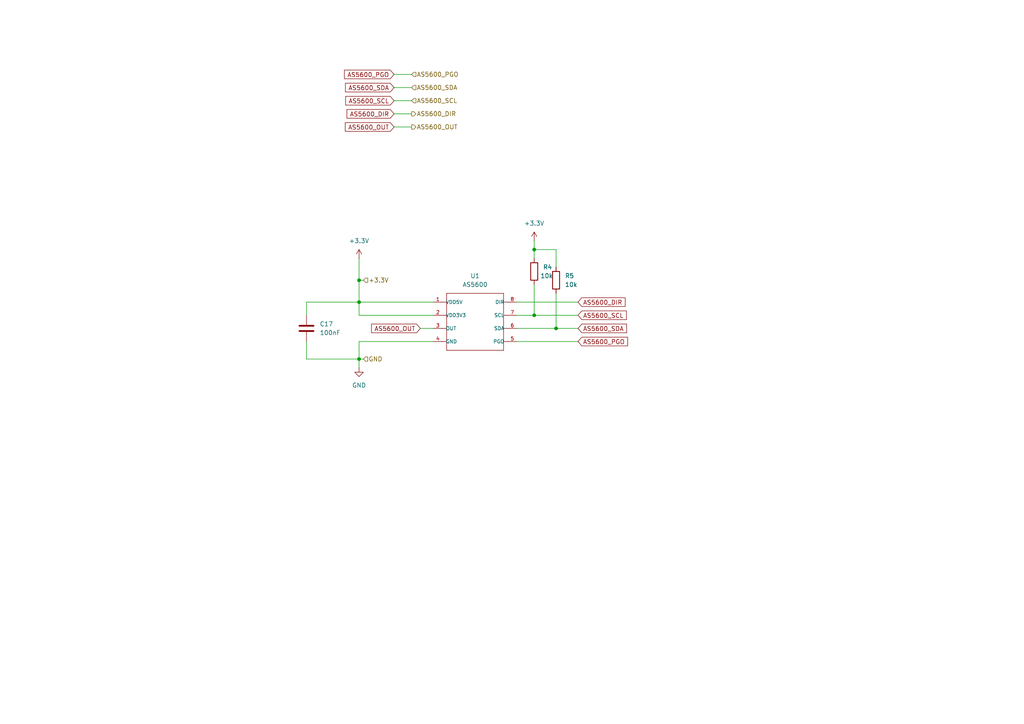
<source format=kicad_sch>
(kicad_sch (version 20231120) (generator "eeschema") (generator_version "8.0")
  (paper "A4")
  (lib_symbols
    (symbol "AS5600:AS5600" (pin_names (offset 1.016))
      (property "Reference" "U" (at -7.62 10.16 0))
      (property "Value" "AS5600" (at -7.62 8.89 0))
      (symbol "AS5600_0_0"
        (polyline (pts (xy -7.62 -7.62) (xy -7.62 -5.08)) (stroke (width 0.1524)))
        (polyline (pts (xy -7.62 -5.08) (xy -8.89 -5.08)) (stroke (width 0.1524)))
        (polyline (pts (xy -7.62 -5.08) (xy -7.62 -1.27)) (stroke (width 0.1524)))
        (polyline (pts (xy -7.62 -1.27) (xy -8.89 -1.27)) (stroke (width 0.1524)))
        (polyline (pts (xy -7.62 -1.27) (xy -7.62 2.54)) (stroke (width 0.1524)))
        (polyline (pts (xy -7.62 2.54) (xy -8.89 2.54)) (stroke (width 0.1524)))
        (polyline (pts (xy -7.62 2.54) (xy -7.62 6.35)) (stroke (width 0.1524)))
        (polyline (pts (xy -7.62 6.35) (xy -8.89 6.35)) (stroke (width 0.1524)))
        (polyline (pts (xy -7.62 6.35) (xy -7.62 8.89)) (stroke (width 0.1524)))
        (polyline (pts (xy -7.62 8.89) (xy 8.89 8.89)) (stroke (width 0.1524)))
        (polyline (pts (xy 8.89 -7.62) (xy -7.62 -7.62)) (stroke (width 0.1524)))
        (polyline (pts (xy 8.89 -5.08) (xy 8.89 -7.62)) (stroke (width 0.1524)))
        (polyline (pts (xy 8.89 -1.27) (xy 8.89 -5.08)) (stroke (width 0.1524)))
        (polyline (pts (xy 8.89 2.54) (xy 8.89 -1.27)) (stroke (width 0.1524)))
        (polyline (pts (xy 8.89 6.35) (xy 8.89 2.54)) (stroke (width 0.1524)))
        (polyline (pts (xy 8.89 8.89) (xy 8.89 6.35)) (stroke (width 0.1524)))
        (polyline (pts (xy 10.16 -5.08) (xy 8.89 -5.08)) (stroke (width 0.1524)))
        (polyline (pts (xy 10.16 -1.27) (xy 8.89 -1.27)) (stroke (width 0.1524)))
        (polyline (pts (xy 10.16 2.54) (xy 8.89 2.54)) (stroke (width 0.1524)))
        (polyline (pts (xy 10.16 6.35) (xy 8.89 6.35)) (stroke (width 0.1524)))
        (pin bidirectional line (at -11.43 6.35 0) (length 2.54) (name "VDD5V") (number "1"))
        (pin bidirectional line (at -11.43 2.54 0) (length 2.54) (name "VDD3V3") (number "2"))
        (pin bidirectional line (at -11.43 -1.27 0) (length 2.54) (name "OUT") (number "3"))
        (pin bidirectional line (at -11.43 -5.08 0) (length 2.54) (name "GND") (number "4"))
        (pin bidirectional line (at 12.7 -5.08 180) (length 2.54) (name "PGO") (number "5"))
        (pin bidirectional line (at 12.7 -1.27 180) (length 2.54) (name "SDA") (number "6"))
        (pin bidirectional line (at 12.7 2.54 180) (length 2.54) (name "SCL") (number "7"))
        (pin bidirectional line (at 12.7 6.35 180) (length 2.54) (name "DIR") (number "8"))
      )
    )
    (symbol "Device:C" (pin_numbers hide) (pin_names (offset 0.254))
      (property "Reference" "C" (at 0.635 2.54 0))
      (property "Value" "C" (at 0.635 -2.54 0))
      (symbol "C_0_1"
        (polyline (pts (xy -2.032 -0.762) (xy 2.032 -0.762)) (stroke (width 0.508)))
        (polyline (pts (xy -2.032 0.762) (xy 2.032 0.762)) (stroke (width 0.508)))
      )
      (symbol "C_1_1"
        (pin passive line (at 0 3.81 270) (length 2.794) (name "~") (number "1"))
        (pin passive line (at 0 -3.81 90) (length 2.794) (name "~") (number "2"))
      )
    )
    (symbol "Device:R" (pin_numbers hide) (pin_names (offset 0))
      (property "Reference" "R" (at 2.032 0 90))
      (property "Value" "R" (at 0 0 90))
      (symbol "R_0_1"
        (rectangle (start -1.016 -2.54) (end 1.016 2.54) (stroke (width 0.254)))
      )
      (symbol "R_1_1"
        (pin passive line (at 0 3.81 270) (length 1.27) (name "~") (number "1"))
        (pin passive line (at 0 -3.81 90) (length 1.27) (name "~") (number "2"))
      )
    )
    (symbol "power:+3.3V" (power) (pin_numbers hide) (pin_names (offset 0) hide)
      (property "Value" "+3.3V" (at 0 3.556 0))
      (symbol "+3.3V_0_1"
        (polyline (pts (xy -0.762 1.27) (xy 0 2.54)))
        (polyline (pts (xy 0 0) (xy 0 2.54)))
        (polyline (pts (xy 0 2.54) (xy 0.762 1.27)))
      )
      (symbol "+3.3V_1_1"
        (pin power_in line (at 0 0 90) (length 0) (name "~") (number "1"))
      )
    )
    (symbol "power:GND" (power) (pin_numbers hide) (pin_names (offset 0) hide)
      (property "Value" "GND" (at 0 -3.81 0))
      (symbol "GND_0_1"
        (polyline (pts (xy 0 0) (xy 0 -1.27) (xy 1.27 -1.27) (xy 0 -2.54) (xy -1.27 -1.27) (xy 0 -1.27)))
      )
      (symbol "GND_1_1"
        (pin power_in line (at 0 0 270) (length 0) (name "~") (number "1"))
      )
    )
  )
  (junction (at 104.14 104.14))
  (junction (at 104.14 87.63))
  (junction (at 161.29 95.25))
  (junction (at 154.94 91.44))
  (junction (at 104.14 81.28))
  (junction (at 154.94 72.39))
  (wire (pts (xy 104.14 81.28) (xy 104.14 74.93)))
  (wire (pts (xy 161.29 85.09) (xy 161.29 95.25)))
  (wire (pts (xy 105.41 81.28) (xy 104.14 81.28)))
  (wire (pts (xy 114.3 21.59) (xy 119.38 21.59)))
  (wire (pts (xy 104.14 104.14) (xy 104.14 106.68)))
  (wire (pts (xy 154.94 91.44) (xy 167.64 91.44)))
  (wire (pts (xy 88.9 104.14) (xy 104.14 104.14)))
  (wire (pts (xy 154.94 72.39) (xy 154.94 74.93)))
  (wire (pts (xy 105.41 104.14) (xy 104.14 104.14)))
  (wire (pts (xy 104.14 87.63) (xy 125.73 87.63)))
  (wire (pts (xy 104.14 87.63) (xy 104.14 81.28)))
  (wire (pts (xy 114.3 29.21) (xy 119.38 29.21)))
  (wire (pts (xy 125.73 99.06) (xy 104.14 99.06)))
  (wire (pts (xy 149.86 87.63) (xy 167.64 87.63)))
  (wire (pts (xy 161.29 77.47) (xy 161.29 72.39)))
  (wire (pts (xy 149.86 91.44) (xy 154.94 91.44)))
  (wire (pts (xy 114.3 36.83) (xy 119.38 36.83)))
  (wire (pts (xy 104.14 91.44) (xy 125.73 91.44)))
  (wire (pts (xy 88.9 91.44) (xy 88.9 87.63)))
  (wire (pts (xy 104.14 91.44) (xy 104.14 87.63)))
  (wire (pts (xy 121.92 95.25) (xy 125.73 95.25)))
  (wire (pts (xy 114.3 25.4) (xy 119.38 25.4)))
  (wire (pts (xy 88.9 99.06) (xy 88.9 104.14)))
  (wire (pts (xy 161.29 95.25) (xy 167.64 95.25)))
  (wire (pts (xy 114.3 33.02) (xy 119.38 33.02)))
  (wire (pts (xy 88.9 87.63) (xy 104.14 87.63)))
  (wire (pts (xy 104.14 99.06) (xy 104.14 104.14)))
  (wire (pts (xy 149.86 95.25) (xy 161.29 95.25)))
  (wire (pts (xy 149.86 99.06) (xy 167.64 99.06)))
  (wire (pts (xy 154.94 69.85) (xy 154.94 72.39)))
  (wire (pts (xy 161.29 72.39) (xy 154.94 72.39)))
  (wire (pts (xy 154.94 82.55) (xy 154.94 91.44)))
  (global_label "AS5600_SDA" (shape input) (at 167.64 95.25 0) (property "Intersheetrefs" "${INTERSHEET_REFS}" (effects (hide yes))))
  (global_label "AS5600_DIR" (shape input) (at 167.64 87.63 0) (property "Intersheetrefs" "${INTERSHEET_REFS}" (effects (hide yes))))
  (global_label "AS5600_OUT" (shape input) (at 114.3 36.83 180) (property "Intersheetrefs" "${INTERSHEET_REFS}" (effects (hide yes))))
  (global_label "AS5600_SDA" (shape input) (at 114.3 25.4 180) (property "Intersheetrefs" "${INTERSHEET_REFS}" (effects (hide yes))))
  (global_label "AS5600_SCL" (shape input) (at 167.64 91.44 0) (property "Intersheetrefs" "${INTERSHEET_REFS}" (effects (hide yes))))
  (global_label "AS5600_PGO" (shape input) (at 114.3 21.59 180) (property "Intersheetrefs" "${INTERSHEET_REFS}" (effects (hide yes))))
  (global_label "AS5600_PGO" (shape input) (at 167.64 99.06 0) (property "Intersheetrefs" "${INTERSHEET_REFS}" (effects (hide yes))))
  (global_label "AS5600_DIR" (shape input) (at 114.3 33.02 180) (property "Intersheetrefs" "${INTERSHEET_REFS}" (effects (hide yes))))
  (global_label "AS5600_SCL" (shape input) (at 114.3 29.21 180) (property "Intersheetrefs" "${INTERSHEET_REFS}" (effects (hide yes))))
  (global_label "AS5600_OUT" (shape input) (at 121.92 95.25 180) (property "Intersheetrefs" "${INTERSHEET_REFS}" (effects (hide yes))))
  (hierarchical_label "AS5600_OUT" (shape output) (at 119.38 36.83 0))
  (hierarchical_label "AS5600_SDA" (shape input) (at 119.38 25.4 0))
  (hierarchical_label "+3.3V" (shape input) (at 105.41 81.28 0))
  (hierarchical_label "AS5600_PGO" (shape input) (at 119.38 21.59 0))
  (hierarchical_label "AS5600_SCL" (shape input) (at 119.38 29.21 0))
  (hierarchical_label "GND" (shape input) (at 105.41 104.14 0))
  (hierarchical_label "AS5600_DIR" (shape output) (at 119.38 33.02 0))
  (symbol (lib_id "power:+3.3V") (at 104.14 74.93 0) (unit 1)
    (property "Reference" "#PWR026" (effects (hide yes)))
    (property "Value" "+3.3V" (at 104.14 69.85 0))
    (property "Description" "Power symbol creates a global label with name \"+3.3V\"" (effects (hide yes)))
  )
  (symbol (lib_id "power:GND") (at 104.14 106.68 0) (unit 1)
    (property "Reference" "#PWR025" (effects (hide yes)))
    (property "Value" "GND" (at 104.14 111.76 0))
    (property "Description" "Power symbol creates a global label with name \"GND\" , ground" (effects (hide yes)))
  )
  (symbol (lib_id "Device:R") (at 161.29 81.28 0) (unit 1)
    (property "Reference" "R5" (at 163.83 80.0099 0) (effects (justify left)))
    (property "Value" "10k" (at 163.83 82.5499 0) (effects (justify left)))
    (property "Footprint" "Resistor_SMD:R_0603_1608Metric_Pad0.98x0.95mm_HandSolder" (effects (hide yes)))
    (property "Description" "Resistor" (effects (hide yes)))
  )
  (symbol (lib_id "power:+3.3V") (at 154.94 69.85 0) (unit 1)
    (property "Reference" "#PWR027" (effects (hide yes)))
    (property "Value" "+3.3V" (at 154.94 64.77 0))
    (property "Description" "Power symbol creates a global label with name \"+3.3V\"" (effects (hide yes)))
  )
  (symbol (lib_id "Device:C") (at 88.9 95.25 0) (unit 1)
    (property "Reference" "C17" (at 92.71 93.9799 0) (effects (justify left)))
    (property "Value" "100nF" (at 92.71 96.5199 0) (effects (justify left)))
    (property "Footprint" "Capacitor_SMD:C_0603_1608Metric_Pad1.08x0.95mm_HandSolder" (effects (hide yes)))
    (property "Description" "Unpolarized capacitor" (effects (hide yes)))
  )
  (symbol (lib_id "Device:R") (at 154.94 78.74 0) (unit 1)
    (property "Reference" "R4" (at 157.48 77.4699 0) (effects (justify left)))
    (property "Value" "10k" (at 156.718 80.01 0) (effects (justify left)))
    (property "Footprint" "Resistor_SMD:R_0603_1608Metric_Pad0.98x0.95mm_HandSolder" (effects (hide yes)))
    (property "Description" "Resistor" (effects (hide yes)))
  )
  (symbol (lib_id "AS5600:AS5600") (at 137.16 93.98 0) (unit 1)
    (property "Reference" "U1" (at 137.795 80.01 0))
    (property "Value" "AS5600" (at 137.795 82.55 0))
    (property "Footprint" "libraries:AS5600" (effects (hide yes)))
    (property "MF" "Ams AG" (effects (hide yes)))
    (property "Description_1" "\nHall Effect Sensor Rotary Position External Magnet, Not Included Gull Wing\n" (effects (hide yes)))
    (property "Package" "None" (effects (hide yes)))
    (property "Price" "None" (effects (hide yes)))
    (property "SnapEDA_Link" "https://www.snapeda.com/parts/AS5600/ams/view-part/?ref=snap" (effects (hide yes)))
    (property "MP" "AS5600" (effects (hide yes)))
    (property "Availability" "Not in stock" (effects (hide yes)))
    (property "Check_prices" "https://www.snapeda.com/parts/AS5600/ams/view-part/?ref=eda" (effects (hide yes)))
  )
)
</source>
